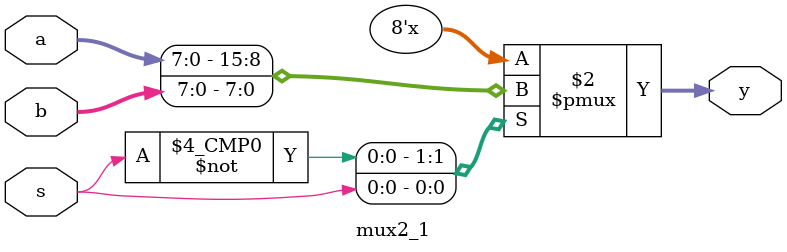
<source format=v>
module mux2_1 (
    input  [7:0] a,
    input  [7:0] b,
    input        s,
    output reg [7:0] y
);

    always @(*) begin
        case (s)
            1'b0: y = a;
            1'b1: y = b;
            default: y = a; // ·ÀÖ¹×ÛºÏ²úÉúËø´æ
        endcase
    end

endmodule

</source>
